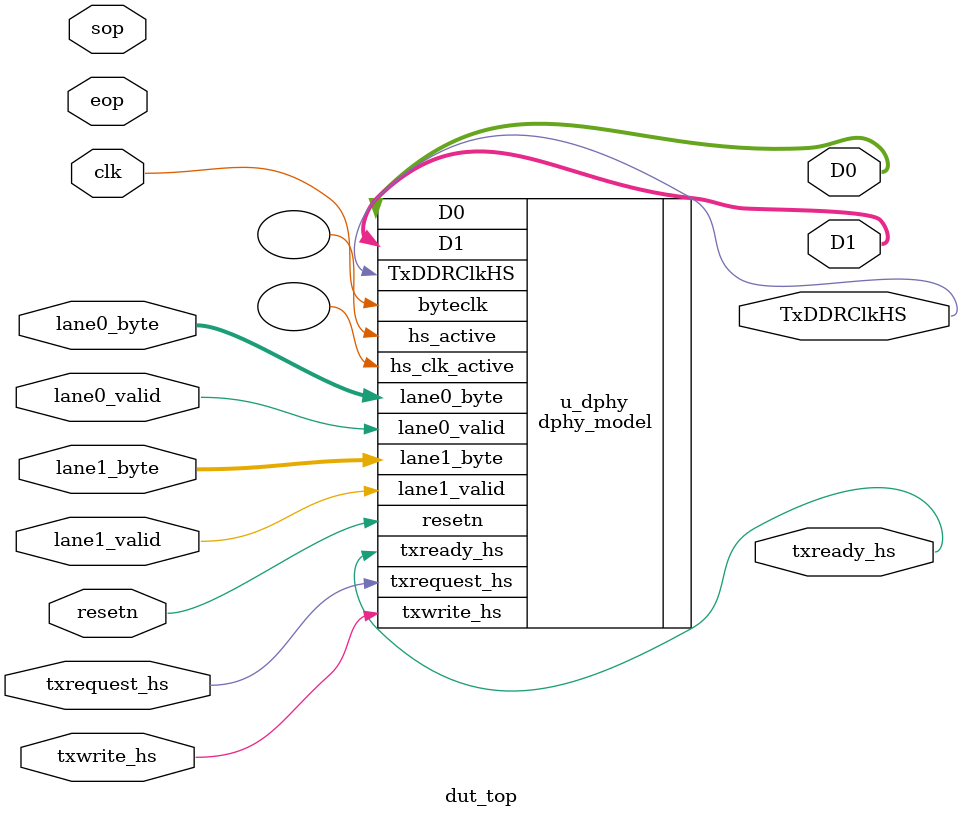
<source format=v>
module dut_top (
    input  wire        clk,          // byte clock
    input  wire        resetn,

    // From cocotb driver
    input  wire [7:0]  lane0_byte,
    input  wire        lane0_valid,
    input  wire [7:0]  lane1_byte,
    input  wire        lane1_valid,
    input  wire        txrequest_hs,
    input  wire        txwrite_hs,
    input  wire        sop,
    input  wire        eop,

    // To cocotb monitor and checks
    output wire        txready_hs,
    output wire        TxDDRClkHS,
    output wire [1:0]  D0,
    output wire [1:0]  D1
);

    // Direct pass-through (dummy_csi_tx can be omitted if cocotb drives signals)
    // dphy modeling
    dphy_model #(
        .SETTLE_CYC(6),
        .TRAIL_CYC(2),
        .EXIT_CYC(4)
    ) u_dphy (
        .byteclk      (clk),
        .resetn       (resetn),
        .txrequest_hs (txrequest_hs),
        .txwrite_hs   (txwrite_hs),
        .lane0_byte   (lane0_byte),
        .lane0_valid  (lane0_valid),
        .lane1_byte   (lane1_byte),
        .lane1_valid  (lane1_valid),
        .txready_hs   (txready_hs),
        .TxDDRClkHS   (TxDDRClkHS),
        .D0           (D0),
        .D1           (D1),
        .hs_active    (),   // unused external
        .hs_clk_active()    // unused external
    );

endmodule

</source>
